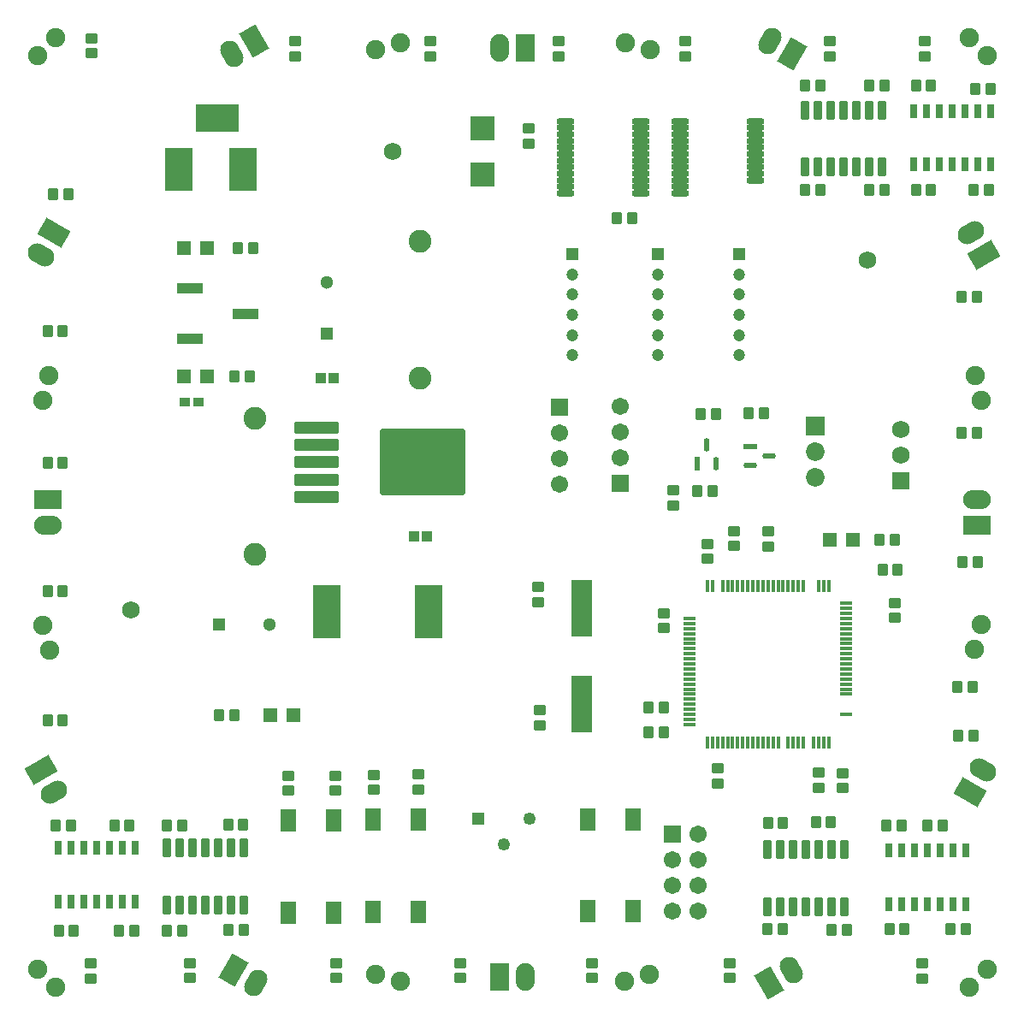
<source format=gbr>
G04*
G04 #@! TF.GenerationSoftware,Altium Limited,Altium Designer,25.5.2 (35)*
G04*
G04 Layer_Color=8388736*
%FSLAX25Y25*%
%MOIN*%
G70*
G04*
G04 #@! TF.SameCoordinates,5858FFA7-226C-4CE8-8668-B70CF27CC624*
G04*
G04*
G04 #@! TF.FilePolarity,Negative*
G04*
G01*
G75*
%ADD16R,0.01181X0.04724*%
%ADD17R,0.04724X0.01181*%
%ADD23R,0.08268X0.22047*%
G04:AMPARAMS|DCode=28|XSize=53.36mil|YSize=22.14mil|CornerRadius=11.07mil|HoleSize=0mil|Usage=FLASHONLY|Rotation=0.000|XOffset=0mil|YOffset=0mil|HoleType=Round|Shape=RoundedRectangle|*
%AMROUNDEDRECTD28*
21,1,0.05336,0.00000,0,0,0.0*
21,1,0.03121,0.02214,0,0,0.0*
1,1,0.02214,0.01561,0.00000*
1,1,0.02214,-0.01561,0.00000*
1,1,0.02214,-0.01561,0.00000*
1,1,0.02214,0.01561,0.00000*
%
%ADD28ROUNDEDRECTD28*%
G04:AMPARAMS|DCode=29|XSize=53.36mil|YSize=22.14mil|CornerRadius=11.07mil|HoleSize=0mil|Usage=FLASHONLY|Rotation=90.000|XOffset=0mil|YOffset=0mil|HoleType=Round|Shape=RoundedRectangle|*
%AMROUNDEDRECTD29*
21,1,0.05336,0.00000,0,0,90.0*
21,1,0.03121,0.02214,0,0,90.0*
1,1,0.02214,0.00000,0.01561*
1,1,0.02214,0.00000,-0.01561*
1,1,0.02214,0.00000,-0.01561*
1,1,0.02214,0.00000,0.01561*
%
%ADD29ROUNDEDRECTD29*%
%ADD34R,0.04355X0.03773*%
%ADD35R,0.11024X0.20866*%
%ADD37R,0.09843X0.03937*%
%ADD38R,0.05336X0.02214*%
%ADD39R,0.02214X0.05336*%
%ADD40R,0.09265X0.09461*%
G04:AMPARAMS|DCode=41|XSize=39.5mil|YSize=47.37mil|CornerRadius=7.94mil|HoleSize=0mil|Usage=FLASHONLY|Rotation=180.000|XOffset=0mil|YOffset=0mil|HoleType=Round|Shape=RoundedRectangle|*
%AMROUNDEDRECTD41*
21,1,0.03950,0.03150,0,0,180.0*
21,1,0.02362,0.04737,0,0,180.0*
1,1,0.01587,-0.01181,0.01575*
1,1,0.01587,0.01181,0.01575*
1,1,0.01587,0.01181,-0.01575*
1,1,0.01587,-0.01181,-0.01575*
%
%ADD41ROUNDEDRECTD41*%
%ADD42R,0.03084X0.05446*%
G04:AMPARAMS|DCode=43|XSize=39.5mil|YSize=47.37mil|CornerRadius=7.94mil|HoleSize=0mil|Usage=FLASHONLY|Rotation=270.000|XOffset=0mil|YOffset=0mil|HoleType=Round|Shape=RoundedRectangle|*
%AMROUNDEDRECTD43*
21,1,0.03950,0.03150,0,0,270.0*
21,1,0.02362,0.04737,0,0,270.0*
1,1,0.01587,-0.01575,-0.01181*
1,1,0.01587,-0.01575,0.01181*
1,1,0.01587,0.01575,0.01181*
1,1,0.01587,0.01575,-0.01181*
%
%ADD43ROUNDEDRECTD43*%
G04:AMPARAMS|DCode=44|XSize=33.59mil|YSize=72.96mil|CornerRadius=5.92mil|HoleSize=0mil|Usage=FLASHONLY|Rotation=180.000|XOffset=0mil|YOffset=0mil|HoleType=Round|Shape=RoundedRectangle|*
%AMROUNDEDRECTD44*
21,1,0.03359,0.06112,0,0,180.0*
21,1,0.02175,0.07296,0,0,180.0*
1,1,0.01184,-0.01088,0.03056*
1,1,0.01184,0.01088,0.03056*
1,1,0.01184,0.01088,-0.03056*
1,1,0.01184,-0.01088,-0.03056*
%
%ADD44ROUNDEDRECTD44*%
%ADD45O,0.07099X0.02572*%
%ADD46R,0.03950X0.04343*%
G04:AMPARAMS|DCode=47|XSize=47.37mil|YSize=171.39mil|CornerRadius=5.97mil|HoleSize=0mil|Usage=FLASHONLY|Rotation=90.000|XOffset=0mil|YOffset=0mil|HoleType=Round|Shape=RoundedRectangle|*
%AMROUNDEDRECTD47*
21,1,0.04737,0.15945,0,0,90.0*
21,1,0.03543,0.17139,0,0,90.0*
1,1,0.01194,0.07972,0.01772*
1,1,0.01194,0.07972,-0.01772*
1,1,0.01194,-0.07972,-0.01772*
1,1,0.01194,-0.07972,0.01772*
%
%ADD47ROUNDEDRECTD47*%
G04:AMPARAMS|DCode=48|XSize=259.97mil|YSize=330.84mil|CornerRadius=6.52mil|HoleSize=0mil|Usage=FLASHONLY|Rotation=90.000|XOffset=0mil|YOffset=0mil|HoleType=Round|Shape=RoundedRectangle|*
%AMROUNDEDRECTD48*
21,1,0.25997,0.31780,0,0,90.0*
21,1,0.24693,0.33084,0,0,90.0*
1,1,0.01304,0.15890,0.12347*
1,1,0.01304,0.15890,-0.12347*
1,1,0.01304,-0.15890,-0.12347*
1,1,0.01304,-0.15890,0.12347*
%
%ADD48ROUNDEDRECTD48*%
%ADD49R,0.06312X0.09068*%
%ADD50R,0.05800X0.05800*%
%ADD51C,0.06706*%
%ADD52R,0.06706X0.06706*%
%ADD53C,0.04724*%
%ADD54C,0.07284*%
%ADD55C,0.04921*%
%ADD56R,0.05118X0.05118*%
%ADD57R,0.10800X0.16800*%
%ADD58C,0.08871*%
%ADD59R,0.05118X0.05118*%
G04:AMPARAMS|DCode=60|XSize=73mil|YSize=108mil|CornerRadius=0mil|HoleSize=0mil|Usage=FLASHONLY|Rotation=120.000|XOffset=0mil|YOffset=0mil|HoleType=Round|Shape=Round|*
%AMOVALD60*
21,1,0.03500,0.07300,0.00000,0.00000,210.0*
1,1,0.07300,0.01516,0.00875*
1,1,0.07300,-0.01516,-0.00875*
%
%ADD60OVALD60*%

%ADD61O,0.10800X0.07300*%
G04:AMPARAMS|DCode=62|XSize=73mil|YSize=108mil|CornerRadius=0mil|HoleSize=0mil|Usage=FLASHONLY|Rotation=150.000|XOffset=0mil|YOffset=0mil|HoleType=Round|Shape=Round|*
%AMOVALD62*
21,1,0.03500,0.07300,0.00000,0.00000,240.0*
1,1,0.07300,0.00875,0.01516*
1,1,0.07300,-0.00875,-0.01516*
%
%ADD62OVALD62*%

G04:AMPARAMS|DCode=63|XSize=73mil|YSize=108mil|CornerRadius=0mil|HoleSize=0mil|Usage=FLASHONLY|Rotation=60.000|XOffset=0mil|YOffset=0mil|HoleType=Round|Shape=Round|*
%AMOVALD63*
21,1,0.03500,0.07300,0.00000,0.00000,150.0*
1,1,0.07300,0.01516,-0.00875*
1,1,0.07300,-0.01516,0.00875*
%
%ADD63OVALD63*%

G04:AMPARAMS|DCode=64|XSize=73mil|YSize=108mil|CornerRadius=0mil|HoleSize=0mil|Usage=FLASHONLY|Rotation=30.000|XOffset=0mil|YOffset=0mil|HoleType=Round|Shape=Round|*
%AMOVALD64*
21,1,0.03500,0.07300,0.00000,0.00000,120.0*
1,1,0.07300,0.00875,-0.01516*
1,1,0.07300,-0.00875,0.01516*
%
%ADD64OVALD64*%

%ADD65O,0.07300X0.10800*%
%ADD66R,0.04921X0.04921*%
%ADD67C,0.05118*%
%ADD68R,0.04724X0.04724*%
%ADD69C,0.06800*%
G04:AMPARAMS|DCode=70|XSize=73mil|YSize=108mil|CornerRadius=0mil|HoleSize=0mil|Usage=FLASHONLY|Rotation=240.000|XOffset=0mil|YOffset=0mil|HoleType=Round|Shape=Rectangle|*
%AMROTATEDRECTD70*
4,1,4,-0.02852,0.05861,0.06502,0.00461,0.02852,-0.05861,-0.06502,-0.00461,-0.02852,0.05861,0.0*
%
%ADD70ROTATEDRECTD70*%

%ADD71C,0.07493*%
%ADD72R,0.07284X0.07284*%
%ADD73C,0.06902*%
%ADD74R,0.07300X0.10800*%
G04:AMPARAMS|DCode=75|XSize=73mil|YSize=108mil|CornerRadius=0mil|HoleSize=0mil|Usage=FLASHONLY|Rotation=120.000|XOffset=0mil|YOffset=0mil|HoleType=Round|Shape=Rectangle|*
%AMROTATEDRECTD75*
4,1,4,0.06502,-0.00461,-0.02852,-0.05861,-0.06502,0.00461,0.02852,0.05861,0.06502,-0.00461,0.0*
%
%ADD75ROTATEDRECTD75*%

G04:AMPARAMS|DCode=76|XSize=73mil|YSize=108mil|CornerRadius=0mil|HoleSize=0mil|Usage=FLASHONLY|Rotation=150.000|XOffset=0mil|YOffset=0mil|HoleType=Round|Shape=Rectangle|*
%AMROTATEDRECTD76*
4,1,4,0.05861,0.02852,0.00461,-0.06502,-0.05861,-0.02852,-0.00461,0.06502,0.05861,0.02852,0.0*
%
%ADD76ROTATEDRECTD76*%

%ADD77R,0.10800X0.07300*%
G04:AMPARAMS|DCode=78|XSize=73mil|YSize=108mil|CornerRadius=0mil|HoleSize=0mil|Usage=FLASHONLY|Rotation=30.000|XOffset=0mil|YOffset=0mil|HoleType=Round|Shape=Rectangle|*
%AMROTATEDRECTD78*
4,1,4,-0.00461,-0.06502,-0.05861,0.02852,0.00461,0.06502,0.05861,-0.02852,-0.00461,-0.06502,0.0*
%
%ADD78ROTATEDRECTD78*%

%ADD79R,0.06902X0.06902*%
%ADD80R,0.16800X0.10800*%
D16*
X318110Y107283D02*
D03*
X274803Y168307D02*
D03*
Y107283D02*
D03*
X320079Y168307D02*
D03*
X282677Y107283D02*
D03*
X280709D02*
D03*
X284646D02*
D03*
X278740D02*
D03*
X272835D02*
D03*
X286614D02*
D03*
X288583D02*
D03*
X290551D02*
D03*
X292520D02*
D03*
X294488D02*
D03*
X296457D02*
D03*
X298425D02*
D03*
X300394D02*
D03*
X304331D02*
D03*
X306299D02*
D03*
X308268D02*
D03*
X310236D02*
D03*
X314173D02*
D03*
X316142D02*
D03*
X318110Y168307D02*
D03*
X316142D02*
D03*
X310236D02*
D03*
X308268D02*
D03*
X306299D02*
D03*
X304331D02*
D03*
X302362D02*
D03*
X300394D02*
D03*
X298425D02*
D03*
X296457D02*
D03*
X294488D02*
D03*
X292520D02*
D03*
X290551D02*
D03*
X288583D02*
D03*
X286614D02*
D03*
X284646D02*
D03*
X282677D02*
D03*
X280709D02*
D03*
X278740D02*
D03*
X276772Y107283D02*
D03*
X320079D02*
D03*
X272835Y168307D02*
D03*
D17*
X326969Y159449D02*
D03*
X265945Y143701D02*
D03*
Y124016D02*
D03*
X326969Y155512D02*
D03*
X265945D02*
D03*
Y153543D02*
D03*
Y149606D02*
D03*
Y147638D02*
D03*
Y145669D02*
D03*
Y139764D02*
D03*
Y137795D02*
D03*
Y135827D02*
D03*
Y133858D02*
D03*
Y131890D02*
D03*
Y129921D02*
D03*
Y127953D02*
D03*
Y118110D02*
D03*
Y116142D02*
D03*
Y114173D02*
D03*
X326969Y118110D02*
D03*
Y125984D02*
D03*
Y127953D02*
D03*
Y129921D02*
D03*
Y131890D02*
D03*
Y133858D02*
D03*
Y135827D02*
D03*
Y137795D02*
D03*
Y139764D02*
D03*
Y141732D02*
D03*
Y143701D02*
D03*
Y145669D02*
D03*
Y147638D02*
D03*
Y149606D02*
D03*
Y151575D02*
D03*
Y153543D02*
D03*
Y157480D02*
D03*
X265945Y120079D02*
D03*
Y122047D02*
D03*
Y125984D02*
D03*
Y141732D02*
D03*
Y151575D02*
D03*
X326969Y161417D02*
D03*
D23*
X223917Y159646D02*
D03*
Y122244D02*
D03*
D28*
X289467Y215049D02*
D03*
X296754Y218789D02*
D03*
D29*
X276181Y215748D02*
D03*
X272441Y223035D02*
D03*
D34*
X74512Y239862D02*
D03*
X69189D02*
D03*
D35*
X164272Y158268D02*
D03*
X124508D02*
D03*
D37*
X71358Y284154D02*
D03*
Y264469D02*
D03*
X93012Y274311D02*
D03*
D38*
X289467Y222529D02*
D03*
D39*
X268701Y215748D02*
D03*
D40*
X185039Y346358D02*
D03*
Y328445D02*
D03*
D41*
X377362Y361713D02*
D03*
X354035Y363091D02*
D03*
X382579Y322638D02*
D03*
X354035Y322539D02*
D03*
X371850Y280807D02*
D03*
X243504Y311614D02*
D03*
X372244Y177559D02*
D03*
X376575Y109941D02*
D03*
X345768Y186220D02*
D03*
X346949Y174508D02*
D03*
X364469Y74803D02*
D03*
X373524Y34547D02*
D03*
X349606D02*
D03*
X342618Y74803D02*
D03*
X274705Y205118D02*
D03*
X249803Y120965D02*
D03*
X250000Y111024D02*
D03*
X95768Y299803D02*
D03*
X94488Y249705D02*
D03*
X23917Y320768D02*
D03*
X82677Y117815D02*
D03*
X21654Y216142D02*
D03*
X47638Y74803D02*
D03*
X49508Y33957D02*
D03*
X21654Y115748D02*
D03*
X18996Y74803D02*
D03*
X25984Y33957D02*
D03*
X341043Y174508D02*
D03*
X255906Y111024D02*
D03*
X255709Y120965D02*
D03*
X92224Y34252D02*
D03*
X320965Y76167D02*
D03*
X92028Y75000D02*
D03*
X335827Y322539D02*
D03*
Y363091D02*
D03*
X62205Y74803D02*
D03*
X296457Y75977D02*
D03*
X296161Y34350D02*
D03*
X311024Y363091D02*
D03*
Y322539D02*
D03*
X62205Y33957D02*
D03*
X321161Y34252D02*
D03*
X89862Y299803D02*
D03*
X18012Y320768D02*
D03*
X302362Y75977D02*
D03*
X288976Y235335D02*
D03*
X276083Y235236D02*
D03*
X237598Y311614D02*
D03*
X294882Y235335D02*
D03*
X377756Y280807D02*
D03*
X378150Y177559D02*
D03*
X302067Y34350D02*
D03*
X343701Y34547D02*
D03*
X348524Y74803D02*
D03*
X86319Y34252D02*
D03*
X68110Y74803D02*
D03*
Y33957D02*
D03*
X24902Y74803D02*
D03*
X370669Y109941D02*
D03*
X268799Y205118D02*
D03*
X341732Y363091D02*
D03*
X359941D02*
D03*
X316929D02*
D03*
X383268Y361713D02*
D03*
X341732Y322539D02*
D03*
X316929D02*
D03*
X339862Y186220D02*
D03*
X315059Y76167D02*
D03*
X88583Y249705D02*
D03*
X270177Y235236D02*
D03*
X377756Y227657D02*
D03*
X371850D02*
D03*
X43602Y33957D02*
D03*
X41732Y74803D02*
D03*
X20079Y33957D02*
D03*
X15748Y166043D02*
D03*
X21654D02*
D03*
X15748Y267323D02*
D03*
X21654D02*
D03*
X376083Y128937D02*
D03*
X370177D02*
D03*
X367618Y34547D02*
D03*
X358563Y74803D02*
D03*
X376673Y322638D02*
D03*
X15748Y115748D02*
D03*
X86122Y75000D02*
D03*
X359941Y322539D02*
D03*
X88583Y117815D02*
D03*
X15748Y216142D02*
D03*
X327067Y34252D02*
D03*
D42*
X363307Y353287D02*
D03*
X363563Y44252D02*
D03*
X39941Y45138D02*
D03*
X363307Y332343D02*
D03*
X363563Y65197D02*
D03*
X39941Y66083D02*
D03*
X353307Y353287D02*
D03*
X49941Y45138D02*
D03*
X368563Y44252D02*
D03*
Y65197D02*
D03*
X358307Y332343D02*
D03*
X44941Y45138D02*
D03*
Y66083D02*
D03*
X373563Y65197D02*
D03*
X353307Y332343D02*
D03*
X49941Y66083D02*
D03*
X373563Y44252D02*
D03*
X358307Y353287D02*
D03*
X358563Y44252D02*
D03*
X353563D02*
D03*
X348563D02*
D03*
X343563D02*
D03*
Y65197D02*
D03*
X348563D02*
D03*
X353563D02*
D03*
X358563D02*
D03*
X378307Y353287D02*
D03*
X383307Y332343D02*
D03*
X373307D02*
D03*
X368307Y353287D02*
D03*
X29941Y66083D02*
D03*
X19941D02*
D03*
X34941Y45138D02*
D03*
X24941D02*
D03*
Y66083D02*
D03*
X373307Y353287D02*
D03*
X383307D02*
D03*
X378307Y332343D02*
D03*
X34941Y66083D02*
D03*
X19941Y45138D02*
D03*
X29941D02*
D03*
X368307Y332343D02*
D03*
D43*
X320472Y374409D02*
D03*
X214764D02*
D03*
X203150Y340453D02*
D03*
X345866Y155709D02*
D03*
X325492Y89370D02*
D03*
X316339Y89469D02*
D03*
X272933Y184646D02*
D03*
X256004Y157579D02*
D03*
X206988Y161811D02*
D03*
X276772Y91142D02*
D03*
X281496Y21260D02*
D03*
X207480Y119783D02*
D03*
X112205Y374409D02*
D03*
X142913Y94587D02*
D03*
X176575Y21260D02*
D03*
X127756Y94291D02*
D03*
X109547D02*
D03*
X71358Y21260D02*
D03*
X283169Y183661D02*
D03*
X296654Y183465D02*
D03*
X272933Y178740D02*
D03*
X325492Y95276D02*
D03*
X276772Y97047D02*
D03*
X203150Y346358D02*
D03*
X256004Y151673D02*
D03*
X160335Y94685D02*
D03*
X127756Y88386D02*
D03*
X109547D02*
D03*
X296654Y189370D02*
D03*
X207480Y113878D02*
D03*
X259547Y199606D02*
D03*
X345866Y161614D02*
D03*
X316339Y95374D02*
D03*
X206988Y167717D02*
D03*
X283169Y189567D02*
D03*
X160335Y88780D02*
D03*
X142913Y88681D02*
D03*
X214764Y380315D02*
D03*
X320472D02*
D03*
X71358Y15354D02*
D03*
X128150Y21260D02*
D03*
Y15354D02*
D03*
X176575D02*
D03*
X281496D02*
D03*
X32677Y21063D02*
D03*
Y15157D02*
D03*
X227854Y21260D02*
D03*
Y15354D02*
D03*
X259547Y205512D02*
D03*
X264075Y380315D02*
D03*
Y374409D02*
D03*
X357677Y380315D02*
D03*
Y374409D02*
D03*
X32776Y381594D02*
D03*
Y375689D02*
D03*
X356693Y15157D02*
D03*
Y21063D02*
D03*
X164862Y374409D02*
D03*
X112205Y380315D02*
D03*
X164862D02*
D03*
D44*
X325886Y331398D02*
D03*
X311220Y65354D02*
D03*
X77165Y66043D02*
D03*
X325886Y353642D02*
D03*
X311220Y43110D02*
D03*
X77165Y43799D02*
D03*
X92165D02*
D03*
X87165D02*
D03*
X326220Y65354D02*
D03*
X321220D02*
D03*
X92165Y66043D02*
D03*
X87165D02*
D03*
X340886Y331398D02*
D03*
X335886D02*
D03*
Y353642D02*
D03*
X340886D02*
D03*
X67165Y66043D02*
D03*
X62165D02*
D03*
X301220Y65354D02*
D03*
X296220D02*
D03*
X301220Y43110D02*
D03*
X296220D02*
D03*
X310886Y353642D02*
D03*
X315886D02*
D03*
Y331398D02*
D03*
X310886D02*
D03*
X67165Y43799D02*
D03*
X62165D02*
D03*
X326220Y43110D02*
D03*
X321220D02*
D03*
X72165Y43799D02*
D03*
X330886Y353642D02*
D03*
X320886D02*
D03*
X330886Y331398D02*
D03*
X320886D02*
D03*
X306220Y43110D02*
D03*
X316220D02*
D03*
X306220Y65354D02*
D03*
X316220D02*
D03*
X82165Y66043D02*
D03*
X72165D02*
D03*
X82165Y43799D02*
D03*
D45*
X291437Y333957D02*
D03*
X262303Y341634D02*
D03*
Y344193D02*
D03*
X246752Y333957D02*
D03*
X262303Y326280D02*
D03*
Y328839D02*
D03*
X217618Y341634D02*
D03*
Y344193D02*
D03*
Y328839D02*
D03*
Y326280D02*
D03*
X291437Y339075D02*
D03*
X246752D02*
D03*
X217618Y321161D02*
D03*
Y323720D02*
D03*
Y331398D02*
D03*
Y333957D02*
D03*
Y336516D02*
D03*
Y339075D02*
D03*
Y346752D02*
D03*
Y349311D02*
D03*
X246752Y321161D02*
D03*
Y323720D02*
D03*
Y349311D02*
D03*
Y344193D02*
D03*
Y328839D02*
D03*
Y326280D02*
D03*
Y341634D02*
D03*
Y331398D02*
D03*
Y346752D02*
D03*
Y336516D02*
D03*
X291437Y341634D02*
D03*
Y344193D02*
D03*
Y336516D02*
D03*
Y346752D02*
D03*
X262303Y349311D02*
D03*
Y346752D02*
D03*
Y339075D02*
D03*
Y336516D02*
D03*
Y333957D02*
D03*
Y331398D02*
D03*
Y323720D02*
D03*
Y321161D02*
D03*
X291437Y349311D02*
D03*
Y326280D02*
D03*
Y328839D02*
D03*
Y331398D02*
D03*
D46*
X122343Y249016D02*
D03*
X158661Y187500D02*
D03*
X163583D02*
D03*
X127264Y249016D02*
D03*
D47*
X120669Y216339D02*
D03*
Y202953D02*
D03*
Y209646D02*
D03*
Y223032D02*
D03*
Y229724D02*
D03*
D48*
X161811Y216339D02*
D03*
D49*
X142520Y77067D02*
D03*
Y41240D02*
D03*
X243898Y77264D02*
D03*
Y41437D02*
D03*
X109449Y76673D02*
D03*
Y40846D02*
D03*
X127165Y76673D02*
D03*
Y40846D02*
D03*
X160236Y77067D02*
D03*
Y41240D02*
D03*
X226181Y77264D02*
D03*
Y41437D02*
D03*
D50*
X111559Y117815D02*
D03*
X320598Y186220D02*
D03*
X77987Y299902D02*
D03*
X68987D02*
D03*
X329598Y186220D02*
D03*
X68987Y249803D02*
D03*
X77987D02*
D03*
X102559Y117815D02*
D03*
D51*
X259291Y51516D02*
D03*
X269291D02*
D03*
X259291Y61516D02*
D03*
X269291Y41516D02*
D03*
Y61516D02*
D03*
X259291Y41516D02*
D03*
X269291Y71516D02*
D03*
X238780Y238110D02*
D03*
Y228110D02*
D03*
Y218110D02*
D03*
X215256Y227854D02*
D03*
Y217854D02*
D03*
Y207854D02*
D03*
D52*
X259291Y71516D02*
D03*
X238780Y208110D02*
D03*
X215256Y237854D02*
D03*
D53*
X285236Y265945D02*
D03*
X253445D02*
D03*
X220177D02*
D03*
X285236Y289567D02*
D03*
X253445D02*
D03*
X220177D02*
D03*
Y258071D02*
D03*
Y281693D02*
D03*
Y273819D02*
D03*
X285236D02*
D03*
X253445Y281693D02*
D03*
Y273819D02*
D03*
X285236Y281693D02*
D03*
Y258071D02*
D03*
X253445D02*
D03*
D54*
X314764Y210630D02*
D03*
Y220630D02*
D03*
D55*
X203602Y77598D02*
D03*
X193602Y67598D02*
D03*
D56*
X124606Y266634D02*
D03*
D57*
X66831Y330512D02*
D03*
X91831D02*
D03*
D58*
X96654Y180433D02*
D03*
X160728Y302343D02*
D03*
Y249232D02*
D03*
X96654Y233543D02*
D03*
D59*
X82382Y153248D02*
D03*
D60*
X375413Y305707D02*
D03*
X18209Y87795D02*
D03*
D61*
X377953Y201850D02*
D03*
X15748Y191850D02*
D03*
D62*
X297244Y380413D02*
D03*
X96752Y13484D02*
D03*
D63*
X380295Y96357D02*
D03*
X13189Y297146D02*
D03*
D64*
X305511Y18484D02*
D03*
X87698Y375413D02*
D03*
D65*
X191850Y377953D02*
D03*
X201850Y15748D02*
D03*
D66*
X183602Y77598D02*
D03*
D67*
X102067Y153248D02*
D03*
X124606Y286319D02*
D03*
D68*
X220177Y297441D02*
D03*
X285236D02*
D03*
X253445D02*
D03*
D69*
X150295Y337598D02*
D03*
X48158Y158967D02*
D03*
X335335Y295177D02*
D03*
D70*
X18189Y305806D02*
D03*
X375295Y87697D02*
D03*
D71*
X374713Y381784D02*
D03*
X381980Y18890D02*
D03*
X377052Y250302D02*
D03*
X379542Y153058D02*
D03*
X240734Y379852D02*
D03*
X143392Y377136D02*
D03*
X11720Y374909D02*
D03*
X250295Y16732D02*
D03*
X153051Y14173D02*
D03*
X16550Y143202D02*
D03*
X18799Y11811D02*
D03*
X13765Y240643D02*
D03*
X374909Y11819D02*
D03*
X376954Y143399D02*
D03*
X379641Y240643D02*
D03*
X143392Y16761D02*
D03*
X240636Y14144D02*
D03*
X11728Y18882D02*
D03*
X381784Y374713D02*
D03*
X250394Y377264D02*
D03*
X153051Y379724D02*
D03*
X18791Y381980D02*
D03*
X16353Y250302D02*
D03*
X13962Y152861D02*
D03*
D72*
X314764Y230630D02*
D03*
D73*
X348189Y229094D02*
D03*
Y219094D02*
D03*
D74*
X201850Y377953D02*
D03*
X191850Y15748D02*
D03*
D75*
X380413Y297047D02*
D03*
X13209Y96456D02*
D03*
D76*
X305904Y375413D02*
D03*
X88092Y18484D02*
D03*
D77*
X377953Y191850D02*
D03*
X15748Y201850D02*
D03*
D78*
X296850Y13484D02*
D03*
X96358Y380413D02*
D03*
D79*
X348189Y209094D02*
D03*
D80*
X81831Y350512D02*
D03*
M02*

</source>
